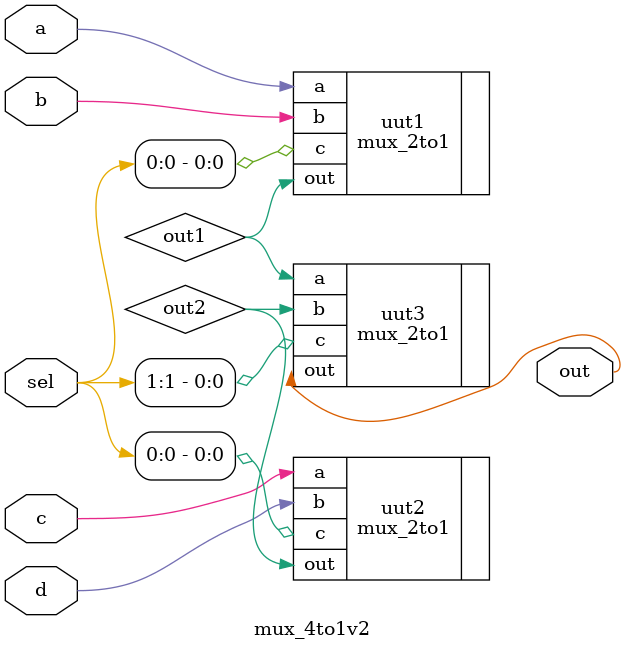
<source format=v>
`timescale 1ns / 1ps


module mux_4to1v2(
    input a,
    input b, 
    input c, 
    input d, 
    input [1:0] sel, 
    output out
    );
    wire out1, out2;
    
    mux_2to1 uut1(.a(a), .b(b), .c(sel[0]), .out(out1));
    mux_2to1 uut2(.a(c), .b(d), .c(sel[0]), .out(out2));
    mux_2to1 uut3(.a(out1), .b(out2), .c(sel[1]), .out(out));
    
endmodule

</source>
